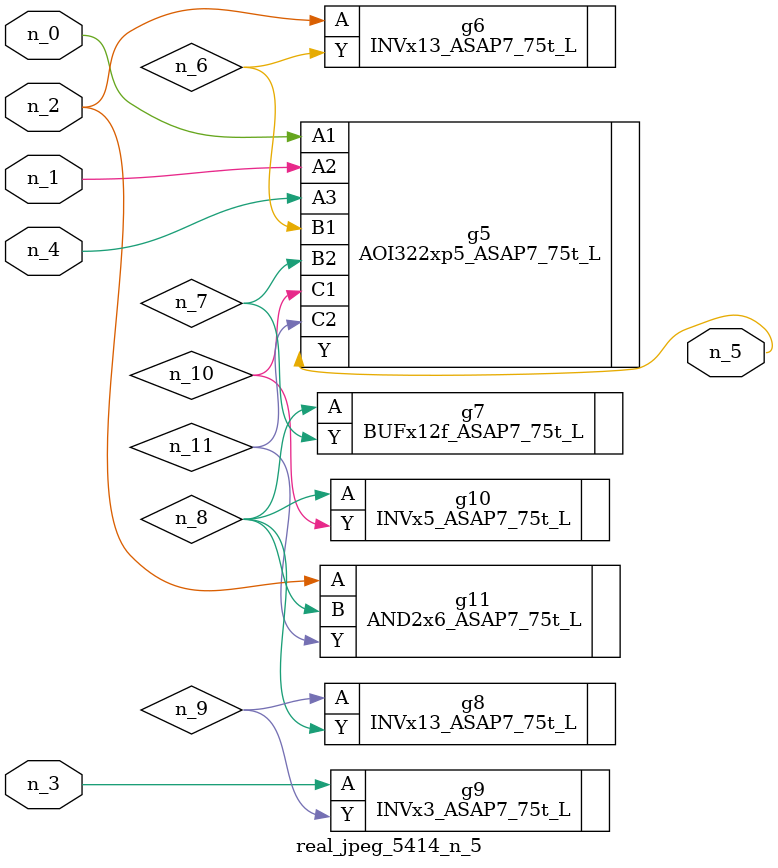
<source format=v>
module real_jpeg_5414_n_5 (n_4, n_0, n_1, n_2, n_3, n_5);

input n_4;
input n_0;
input n_1;
input n_2;
input n_3;

output n_5;

wire n_8;
wire n_11;
wire n_6;
wire n_7;
wire n_10;
wire n_9;

AOI322xp5_ASAP7_75t_L g5 ( 
.A1(n_0),
.A2(n_1),
.A3(n_4),
.B1(n_6),
.B2(n_7),
.C1(n_10),
.C2(n_11),
.Y(n_5)
);

INVx13_ASAP7_75t_L g6 ( 
.A(n_2),
.Y(n_6)
);

AND2x6_ASAP7_75t_L g11 ( 
.A(n_2),
.B(n_8),
.Y(n_11)
);

INVx3_ASAP7_75t_L g9 ( 
.A(n_3),
.Y(n_9)
);

BUFx12f_ASAP7_75t_L g7 ( 
.A(n_8),
.Y(n_7)
);

INVx5_ASAP7_75t_L g10 ( 
.A(n_8),
.Y(n_10)
);

INVx13_ASAP7_75t_L g8 ( 
.A(n_9),
.Y(n_8)
);


endmodule
</source>
